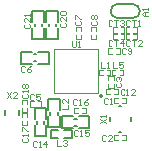
<source format=gto>
G04*
G04 #@! TF.GenerationSoftware,Altium Limited,Altium Designer,19.0.10 (269)*
G04*
G04 Layer_Color=65535*
%FSLAX24Y24*%
%MOIN*%
G70*
G01*
G75*
%ADD10C,0.0079*%
%ADD11C,0.0059*%
%ADD12C,0.0060*%
%ADD13C,0.0049*%
D10*
X875Y-860D02*
G03*
X875Y-860I-39J0D01*
G01*
X-2368Y-1505D02*
Y-1316D01*
X-1896Y-1505D02*
Y-1316D01*
X-612Y-1479D02*
Y-1401D01*
X-848Y-1479D02*
Y-1401D01*
X-1132Y1476D02*
Y1555D01*
X-1368Y1476D02*
Y1555D01*
X-669Y1476D02*
Y1555D01*
X-906Y1476D02*
Y1555D01*
X-49Y-1848D02*
X29D01*
X-49Y-1612D02*
X29D01*
X-1298Y-1779D02*
Y-1701D01*
X-1062Y-1779D02*
Y-1701D01*
X-1398Y531D02*
X-1319D01*
X-1398Y295D02*
X-1319D01*
D11*
X1894Y1732D02*
G03*
X1894Y2205I0J236D01*
G01*
X1394D02*
G03*
X1394Y1732I0J-236D01*
G01*
Y2205D02*
X1894D01*
X1394Y1732D02*
X1894D01*
D12*
X1454Y-1210D02*
X1502D01*
X1824Y-1698D02*
Y-1572D01*
X1454Y-2061D02*
X1502D01*
X1131Y-1698D02*
Y-1572D01*
X-837Y-2258D02*
Y-1982D01*
X-128Y-2258D02*
Y-1982D01*
X-384Y-2258D02*
X-128D01*
X-837D02*
X-581D01*
X-384Y-1982D02*
X-128D01*
X-837D02*
X-581D01*
X-533Y-1342D02*
Y-977D01*
Y-1903D02*
Y-1538D01*
X-927Y-1342D02*
Y-977D01*
Y-1903D02*
Y-1538D01*
Y-977D02*
X-533D01*
X-927Y-1903D02*
X-533D01*
X-1053Y1614D02*
Y1978D01*
Y1053D02*
Y1417D01*
X-1447Y1614D02*
Y1978D01*
Y1053D02*
Y1417D01*
Y1053D02*
X-1053D01*
X-1447Y1978D02*
X-1053D01*
X-591Y1614D02*
Y1978D01*
Y1053D02*
Y1417D01*
X-984Y1614D02*
Y1978D01*
Y1053D02*
Y1417D01*
Y1053D02*
X-591D01*
X-984Y1978D02*
X-591D01*
X88Y-1927D02*
X453D01*
X-473D02*
X-108D01*
X88Y-1533D02*
X453D01*
X-473D02*
X-108D01*
X-473Y-1927D02*
Y-1533D01*
X453Y-1927D02*
Y-1533D01*
X-1377Y-2203D02*
Y-1838D01*
Y-1642D02*
Y-1277D01*
X-983Y-2203D02*
Y-1838D01*
Y-1642D02*
Y-1277D01*
X-1377D02*
X-983D01*
X-1377Y-2203D02*
X-983D01*
X-1821Y610D02*
X-1457D01*
X-1260D02*
X-896D01*
X-1821Y217D02*
X-1457D01*
X-1260D02*
X-896D01*
Y610D01*
X-1821Y217D02*
Y610D01*
D13*
X1285Y-2333D02*
Y-2159D01*
X1671Y-2333D02*
Y-2159D01*
X1547Y-2333D02*
X1671D01*
X1285D02*
X1409D01*
X1547Y-2159D02*
X1671D01*
X1285D02*
X1409D01*
X1671Y-1111D02*
Y-938D01*
X1285Y-1111D02*
Y-938D01*
X1409D01*
X1547D02*
X1671D01*
X1285Y-1111D02*
X1409D01*
X1547D02*
X1671D01*
X1394Y-808D02*
Y-635D01*
X1008Y-808D02*
Y-635D01*
X1132D01*
X1270D02*
X1394D01*
X1008Y-808D02*
X1132D01*
X1270D02*
X1394D01*
X-722Y719D02*
X722D01*
X-722Y-750D02*
X722D01*
X-722D02*
Y719D01*
X722Y-750D02*
Y719D01*
X1581Y-155D02*
Y18D01*
X1195Y-155D02*
Y18D01*
X1319D01*
X1457D02*
X1581D01*
X1195Y-155D02*
X1319D01*
X1457D02*
X1581D01*
X1151Y-155D02*
Y18D01*
X765Y-155D02*
Y18D01*
X889D01*
X1027D02*
X1151D01*
X765Y-155D02*
X889D01*
X1027D02*
X1151D01*
X1496Y1045D02*
X1620D01*
X1234D02*
X1358D01*
X1496Y1219D02*
X1620D01*
X1234D02*
X1358D01*
X1234Y1045D02*
Y1219D01*
X1620Y1045D02*
Y1219D01*
X1496Y1252D02*
X1620D01*
X1234D02*
X1358D01*
X1496Y1425D02*
X1620D01*
X1234D02*
X1358D01*
X1234Y1252D02*
Y1425D01*
X1620Y1252D02*
Y1425D01*
X1919Y1045D02*
X2043D01*
X1657D02*
X1781D01*
X1919Y1218D02*
X2043D01*
X1657D02*
X1781D01*
X1657Y1045D02*
Y1218D01*
X2043Y1045D02*
Y1218D01*
X1919Y1252D02*
X2043D01*
X1657D02*
X1781D01*
X1919Y1425D02*
X2043D01*
X1657D02*
X1781D01*
X1657Y1252D02*
Y1425D01*
X2043Y1252D02*
Y1425D01*
X-1795Y-1387D02*
Y-1263D01*
Y-1125D02*
Y-1001D01*
X-1622Y-1387D02*
Y-1263D01*
Y-1125D02*
Y-1001D01*
X-1795D02*
X-1622D01*
X-1795Y-1387D02*
X-1622D01*
Y-1568D02*
Y-1444D01*
Y-1830D02*
Y-1706D01*
X-1795Y-1568D02*
Y-1444D01*
Y-1830D02*
Y-1706D01*
Y-1830D02*
X-1622D01*
X-1795Y-1444D02*
X-1622D01*
X-63Y-1263D02*
X61D01*
X199D02*
X323D01*
X-63Y-1437D02*
X61D01*
X199D02*
X323D01*
Y-1263D01*
X-63Y-1437D02*
Y-1263D01*
X1339Y552D02*
X1463D01*
X1077D02*
X1201D01*
X1339Y725D02*
X1463D01*
X1077D02*
X1201D01*
X1077Y552D02*
Y725D01*
X1463Y552D02*
Y725D01*
X687Y1309D02*
Y1433D01*
Y1047D02*
Y1171D01*
X514Y1309D02*
Y1433D01*
Y1047D02*
Y1171D01*
Y1047D02*
X687D01*
X514Y1433D02*
X687D01*
X176Y1309D02*
Y1433D01*
Y1047D02*
Y1171D01*
X3Y1309D02*
Y1433D01*
Y1047D02*
Y1171D01*
Y1047D02*
X176D01*
X3Y1433D02*
X176D01*
X-1533Y-1043D02*
X-1409D01*
X-1272D02*
X-1148D01*
X-1533Y-1217D02*
X-1409D01*
X-1272D02*
X-1148D01*
Y-1043D01*
X-1533Y-1217D02*
Y-1043D01*
X1259Y-330D02*
Y-206D01*
Y-592D02*
Y-468D01*
X1086Y-330D02*
Y-206D01*
Y-592D02*
Y-468D01*
Y-592D02*
X1259D01*
X1086Y-206D02*
X1259D01*
X817Y-1763D02*
X1014Y-1632D01*
X817D02*
X1014Y-1763D01*
Y-1567D02*
Y-1501D01*
Y-1534D01*
X817D01*
X850Y-1567D01*
X997Y-2184D02*
X965Y-2151D01*
X899D01*
X866Y-2184D01*
Y-2315D01*
X899Y-2348D01*
X965D01*
X997Y-2315D01*
X1194Y-2348D02*
X1063D01*
X1194Y-2217D01*
Y-2184D01*
X1161Y-2151D01*
X1096D01*
X1063Y-2184D01*
X1063Y-964D02*
X1030Y-931D01*
X965D01*
X932Y-964D01*
Y-1095D01*
X965Y-1128D01*
X1030D01*
X1063Y-1095D01*
X1129Y-1128D02*
X1194D01*
X1161D01*
Y-931D01*
X1129Y-964D01*
X1621Y-671D02*
X1588Y-639D01*
X1523D01*
X1490Y-671D01*
Y-803D01*
X1523Y-835D01*
X1588D01*
X1621Y-803D01*
X1687Y-835D02*
X1752D01*
X1720D01*
Y-639D01*
X1687Y-671D01*
X1982Y-835D02*
X1851D01*
X1982Y-704D01*
Y-671D01*
X1949Y-639D01*
X1884D01*
X1851Y-671D01*
X-1690Y115D02*
X-1722Y148D01*
X-1788D01*
X-1821Y115D01*
Y-16D01*
X-1788Y-49D01*
X-1722D01*
X-1690Y-16D01*
X-1493Y148D02*
X-1558Y115D01*
X-1624Y49D01*
Y-16D01*
X-1591Y-49D01*
X-1526D01*
X-1493Y-16D01*
Y16D01*
X-1526Y49D01*
X-1624D01*
X1219Y957D02*
X1186Y990D01*
X1120D01*
X1088Y957D01*
Y826D01*
X1120Y793D01*
X1186D01*
X1219Y826D01*
X1284Y990D02*
X1416D01*
X1350D01*
Y793D01*
X1580D02*
Y990D01*
X1481Y892D01*
X1612D01*
X1804Y957D02*
X1772Y990D01*
X1706D01*
X1673Y957D01*
Y826D01*
X1706Y793D01*
X1772D01*
X1804Y826D01*
X1870Y990D02*
X2001D01*
X1936D01*
Y793D01*
X2198D02*
X2067D01*
X2198Y925D01*
Y957D01*
X2165Y990D01*
X2100D01*
X2067Y957D01*
X52Y-1010D02*
X20Y-977D01*
X-46D01*
X-79Y-1010D01*
Y-1141D01*
X-46Y-1174D01*
X20D01*
X52Y-1141D01*
X118Y-1174D02*
X184D01*
X151D01*
Y-977D01*
X118Y-1010D01*
X413Y-977D02*
X348Y-1010D01*
X282Y-1076D01*
Y-1141D01*
X315Y-1174D01*
X380D01*
X413Y-1141D01*
Y-1109D01*
X380Y-1076D01*
X282D01*
X1230Y277D02*
Y80D01*
X1361D01*
X1558Y277D02*
X1427D01*
Y178D01*
X1492Y211D01*
X1525D01*
X1558Y178D01*
Y113D01*
X1525Y80D01*
X1460D01*
X1427Y113D01*
X1356Y-429D02*
X1323Y-462D01*
Y-527D01*
X1356Y-560D01*
X1487D01*
X1520Y-527D01*
Y-462D01*
X1487Y-429D01*
X1356Y-363D02*
X1323Y-330D01*
Y-265D01*
X1356Y-232D01*
X1389D01*
X1422Y-265D01*
Y-298D01*
Y-265D01*
X1454Y-232D01*
X1487D01*
X1520Y-265D01*
Y-330D01*
X1487Y-363D01*
X830Y277D02*
Y80D01*
X961D01*
X1027D02*
X1092D01*
X1060D01*
Y277D01*
X1027Y244D01*
X-489Y1578D02*
X-522Y1545D01*
Y1480D01*
X-489Y1447D01*
X-358D01*
X-325Y1480D01*
Y1545D01*
X-358Y1578D01*
X-325Y1775D02*
Y1644D01*
X-456Y1775D01*
X-489D01*
X-522Y1742D01*
Y1676D01*
X-489Y1644D01*
Y1840D02*
X-522Y1873D01*
Y1939D01*
X-489Y1972D01*
X-358D01*
X-325Y1939D01*
Y1873D01*
X-358Y1840D01*
X-489D01*
X-1774Y-809D02*
X-1807Y-842D01*
Y-907D01*
X-1774Y-940D01*
X-1643D01*
X-1610Y-907D01*
Y-842D01*
X-1643Y-809D01*
X-1610Y-743D02*
Y-678D01*
Y-710D01*
X-1807D01*
X-1774Y-743D01*
Y-579D02*
X-1807Y-546D01*
Y-481D01*
X-1774Y-448D01*
X-1741D01*
X-1708Y-481D01*
X-1676Y-448D01*
X-1643D01*
X-1610Y-481D01*
Y-546D01*
X-1643Y-579D01*
X-1676D01*
X-1708Y-546D01*
X-1741Y-579D01*
X-1774D01*
X-1708Y-546D02*
Y-481D01*
X-1768Y-2251D02*
X-1801Y-2283D01*
Y-2349D01*
X-1768Y-2382D01*
X-1637D01*
X-1604Y-2349D01*
Y-2283D01*
X-1637Y-2251D01*
X-1604Y-2185D02*
Y-2120D01*
Y-2152D01*
X-1801D01*
X-1768Y-2185D01*
X-1801Y-2021D02*
Y-1890D01*
X-1768D01*
X-1637Y-2021D01*
X-1604D01*
X-1389Y-818D02*
X-1422Y-785D01*
X-1487D01*
X-1520Y-818D01*
Y-949D01*
X-1487Y-982D01*
X-1422D01*
X-1389Y-949D01*
X-1192Y-785D02*
X-1323D01*
Y-884D01*
X-1258Y-851D01*
X-1225D01*
X-1192Y-884D01*
Y-949D01*
X-1225Y-982D01*
X-1290D01*
X-1323Y-949D01*
X525Y1647D02*
X492Y1614D01*
Y1548D01*
X525Y1516D01*
X656D01*
X689Y1548D01*
Y1614D01*
X656Y1647D01*
X525Y1712D02*
X492Y1745D01*
Y1811D01*
X525Y1844D01*
X558D01*
X591Y1811D01*
X623Y1844D01*
X656D01*
X689Y1811D01*
Y1745D01*
X656Y1712D01*
X623D01*
X591Y1745D01*
X558Y1712D01*
X525D01*
X591Y1745D02*
Y1811D01*
X1657Y705D02*
X1624Y738D01*
X1558D01*
X1526Y705D01*
Y574D01*
X1558Y541D01*
X1624D01*
X1657Y574D01*
X1722D02*
X1755Y541D01*
X1821D01*
X1854Y574D01*
Y705D01*
X1821Y738D01*
X1755D01*
X1722Y705D01*
Y673D01*
X1755Y640D01*
X1854D01*
X16Y1651D02*
X-17Y1618D01*
Y1553D01*
X16Y1520D01*
X147D01*
X180Y1553D01*
Y1618D01*
X147Y1651D01*
X-17Y1717D02*
Y1848D01*
X16D01*
X147Y1717D01*
X180D01*
X-128Y984D02*
Y820D01*
X-95Y787D01*
X-30D01*
X3Y820D01*
Y984D01*
X69Y787D02*
X134D01*
X102D01*
Y984D01*
X69Y951D01*
X-2280Y-733D02*
X-2149Y-930D01*
Y-733D02*
X-2280Y-930D01*
X-1952D02*
X-2083D01*
X-1952Y-799D01*
Y-766D01*
X-1985Y-733D01*
X-2050D01*
X-2083Y-766D01*
X86Y-2031D02*
X53Y-1998D01*
X-13D01*
X-46Y-2031D01*
Y-2162D01*
X-13Y-2195D01*
X53D01*
X86Y-2162D01*
X151Y-2195D02*
X217D01*
X184D01*
Y-1998D01*
X151Y-2031D01*
X446Y-1998D02*
X315D01*
Y-2097D01*
X381Y-2064D01*
X414D01*
X446Y-2097D01*
Y-2162D01*
X414Y-2195D01*
X348D01*
X315Y-2162D01*
X-1309Y-2386D02*
X-1342Y-2353D01*
X-1407D01*
X-1440Y-2386D01*
Y-2517D01*
X-1407Y-2550D01*
X-1342D01*
X-1309Y-2517D01*
X-1243Y-2550D02*
X-1178D01*
X-1210D01*
Y-2353D01*
X-1243Y-2386D01*
X-981Y-2550D02*
Y-2353D01*
X-1079Y-2452D01*
X-948D01*
X-636Y-2343D02*
Y-2539D01*
X-505D01*
X-439Y-2375D02*
X-406Y-2343D01*
X-341D01*
X-308Y-2375D01*
Y-2408D01*
X-341Y-2441D01*
X-373D01*
X-341D01*
X-308Y-2474D01*
Y-2507D01*
X-341Y-2539D01*
X-406D01*
X-439Y-2507D01*
X-459Y-1299D02*
X-262D01*
Y-1168D01*
Y-971D02*
Y-1102D01*
X-393Y-971D01*
X-426D01*
X-459Y-1004D01*
Y-1070D01*
X-426Y-1102D01*
X-1680Y1549D02*
X-1713Y1516D01*
Y1450D01*
X-1680Y1417D01*
X-1549D01*
X-1516Y1450D01*
Y1516D01*
X-1549Y1549D01*
X-1516Y1745D02*
Y1614D01*
X-1647Y1745D01*
X-1680D01*
X-1713Y1713D01*
Y1647D01*
X-1680Y1614D01*
X-1516Y1811D02*
Y1876D01*
Y1844D01*
X-1713D01*
X-1680Y1811D01*
X2411Y1812D02*
X2280D01*
X2215Y1877D01*
X2280Y1943D01*
X2411D01*
X2313D01*
Y1812D01*
X2411Y2008D02*
Y2074D01*
Y2041D01*
X2215D01*
X2247Y2008D01*
X1804Y1640D02*
X1772Y1673D01*
X1706D01*
X1673Y1640D01*
Y1509D01*
X1706Y1476D01*
X1772D01*
X1804Y1509D01*
X1870Y1673D02*
X2001D01*
X1936D01*
Y1476D01*
X2067D02*
X2132D01*
X2100D01*
Y1673D01*
X2067Y1640D01*
X1219D02*
X1186Y1673D01*
X1120D01*
X1088Y1640D01*
Y1509D01*
X1120Y1476D01*
X1186D01*
X1219Y1509D01*
X1284Y1673D02*
X1416D01*
X1350D01*
Y1476D01*
X1481Y1640D02*
X1514Y1673D01*
X1580D01*
X1612Y1640D01*
Y1608D01*
X1580Y1575D01*
X1547D01*
X1580D01*
X1612Y1542D01*
Y1509D01*
X1580Y1476D01*
X1514D01*
X1481Y1509D01*
M02*

</source>
